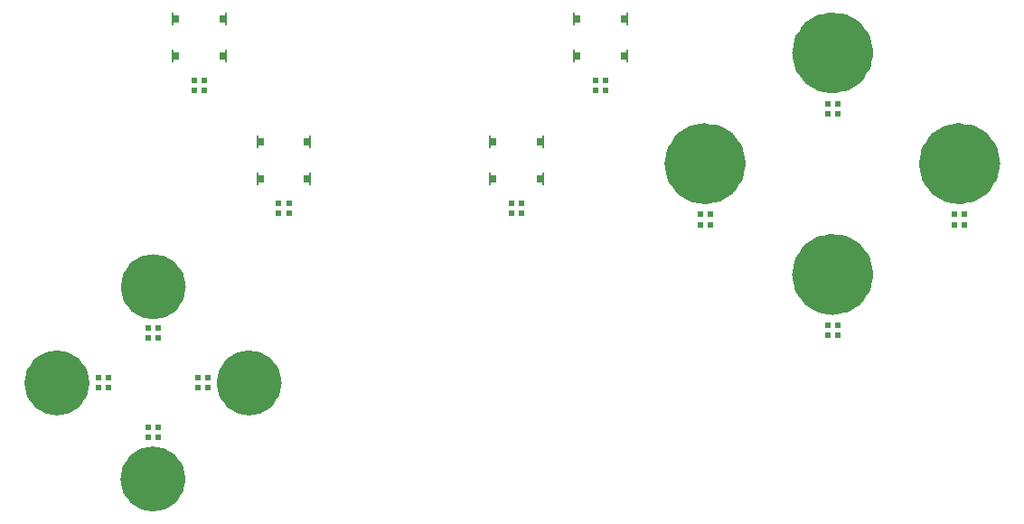
<source format=gbr>
G04 #@! TF.GenerationSoftware,KiCad,Pcbnew,7.0.2*
G04 #@! TF.CreationDate,2023-05-05T22:29:22-07:00*
G04 #@! TF.ProjectId,procon_gcc_button_board,70726f63-6f6e-45f6-9763-635f62757474,rev?*
G04 #@! TF.SameCoordinates,Original*
G04 #@! TF.FileFunction,Soldermask,Top*
G04 #@! TF.FilePolarity,Negative*
%FSLAX46Y46*%
G04 Gerber Fmt 4.6, Leading zero omitted, Abs format (unit mm)*
G04 Created by KiCad (PCBNEW 7.0.2) date 2023-05-05 22:29:22*
%MOMM*%
%LPD*%
G01*
G04 APERTURE LIST*
G04 Aperture macros list*
%AMFreePoly0*
4,1,21,-0.146464,0.553536,-0.145000,0.550000,-0.145000,0.355000,0.350000,0.355000,0.353536,0.353536,0.355000,0.350000,0.355000,-0.350000,0.353536,-0.353536,0.350000,-0.355000,-0.145000,-0.355000,-0.145000,-0.550000,-0.146464,-0.553536,-0.150000,-0.555000,-0.350000,-0.555000,-0.353536,-0.553536,-0.355000,-0.550000,-0.355000,0.550000,-0.353536,0.553536,-0.350000,0.555000,-0.150000,0.555000,
-0.146464,0.553536,-0.146464,0.553536,$1*%
G04 Aperture macros list end*
%ADD10C,3.050000*%
%ADD11C,3.800000*%
%ADD12FreePoly0,0.000000*%
%ADD13FreePoly0,180.000000*%
%ADD14R,0.550000X0.550000*%
G04 APERTURE END LIST*
D10*
X103900180Y-74241960D02*
G75*
G03*
X103900180Y-74241960I-1525000J0D01*
G01*
D11*
X155999320Y-44685900D02*
G75*
G03*
X155999320Y-44685900I-1900000J0D01*
G01*
X179839320Y-44685900D02*
G75*
G03*
X179839320Y-44685900I-1900000J0D01*
G01*
X167954000Y-55074000D02*
G75*
G03*
X167954000Y-55074000I-1900000J0D01*
G01*
D10*
X94910180Y-65241960D02*
G75*
G03*
X94910180Y-65241960I-1525000J0D01*
G01*
D11*
X167954000Y-34304000D02*
G75*
G03*
X167954000Y-34304000I-1900000J0D01*
G01*
D10*
X112910180Y-65241960D02*
G75*
G03*
X112910180Y-65241960I-1525000J0D01*
G01*
X103930180Y-56231960D02*
G75*
G03*
X103930180Y-56231960I-1525000J0D01*
G01*
D12*
X142104000Y-31124000D03*
D13*
X146554000Y-31124000D03*
X146554000Y-34624000D03*
D12*
X142104000Y-34624000D03*
X112404000Y-42624000D03*
D13*
X116854000Y-42624000D03*
X116854000Y-46124000D03*
D12*
X112404000Y-46124000D03*
D14*
X114154000Y-49349000D03*
X115104000Y-49349000D03*
X115104000Y-48399000D03*
X114154000Y-48399000D03*
D12*
X104504000Y-31124000D03*
D13*
X108954000Y-31124000D03*
X108954000Y-34624000D03*
D12*
X104504000Y-34624000D03*
D14*
X101930180Y-61056960D03*
X102880180Y-61056960D03*
X102880180Y-60106960D03*
X101930180Y-60106960D03*
X101900180Y-70366960D03*
X102850180Y-70366960D03*
X102850180Y-69416960D03*
X101900180Y-69416960D03*
X165579000Y-60799000D03*
X166529000Y-60799000D03*
X166529000Y-59849000D03*
X165579000Y-59849000D03*
X106254000Y-37849000D03*
X107204000Y-37849000D03*
X107204000Y-36899000D03*
X106254000Y-36899000D03*
X153624320Y-50410900D03*
X154574320Y-50410900D03*
X154574320Y-49460900D03*
X153624320Y-49460900D03*
X97260180Y-65716960D03*
X98210180Y-65716960D03*
X98210180Y-64766960D03*
X97260180Y-64766960D03*
X106560180Y-65716960D03*
X107510180Y-65716960D03*
X107510180Y-64766960D03*
X106560180Y-64766960D03*
X177464320Y-50410900D03*
X178414320Y-50410900D03*
X178414320Y-49460900D03*
X177464320Y-49460900D03*
X135954000Y-49349000D03*
X136904000Y-49349000D03*
X136904000Y-48399000D03*
X135954000Y-48399000D03*
X165579000Y-40029000D03*
X166529000Y-40029000D03*
X166529000Y-39079000D03*
X165579000Y-39079000D03*
D12*
X134204000Y-42624000D03*
D13*
X138654000Y-42624000D03*
X138654000Y-46124000D03*
D12*
X134204000Y-46124000D03*
D14*
X143854000Y-37849000D03*
X144804000Y-37849000D03*
X144804000Y-36899000D03*
X143854000Y-36899000D03*
M02*

</source>
